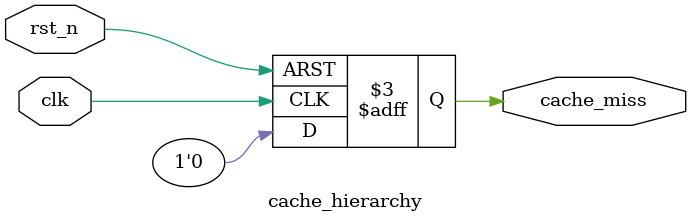
<source format=sv>

module cache_hierarchy #(
    parameter integer L2_SIZE = 512,          // KB
    parameter integer LINE_SIZE = 128         // bytes
) (
    input  logic        clk,
    input  logic        rst_n,
    
    // TODO: Add complete cache interfaces:
    // - Memory request interface (from shader cores)
    // - Memory response interface (to shader cores)
    // - Main memory interface (to memory controller)
    // - Cache coherency protocol
    // - Eviction and write-back logic
    // - Cache miss handling
    // - Performance counters
    
    output logic        cache_miss
);

    // Cache configuration
    localparam int L2_SIZE_BYTES = L2_SIZE * 1024;
    localparam int NUM_CACHE_LINES = L2_SIZE_BYTES / LINE_SIZE;
    
    // Placeholder implementation
    // TODO: Implement complete cache hierarchy:
    // 1. L0 instruction cache (per shader core)
    // 2. L1 data cache (per shader core)
    // 3. L2 unified cache (shared)
    // 4. Cache coherency protocol (MESI/MOESI)
    // 5. Cache replacement policy (LRU/pseudo-LRU)
    // 6. Write-back buffer
    // 7. Miss status holding registers (MSHRs)
    // 8. Cache line fill logic
    // 9. Performance monitoring counters
    
    // Placeholder cache miss signal
    always_ff @(posedge clk or negedge rst_n) begin
        if (!rst_n) begin
            cache_miss <= 1'b0;
        end else begin
            // Cache miss detection logic
            cache_miss <= 1'b0; // Placeholder
        end
    end
    
endmodule

</source>
